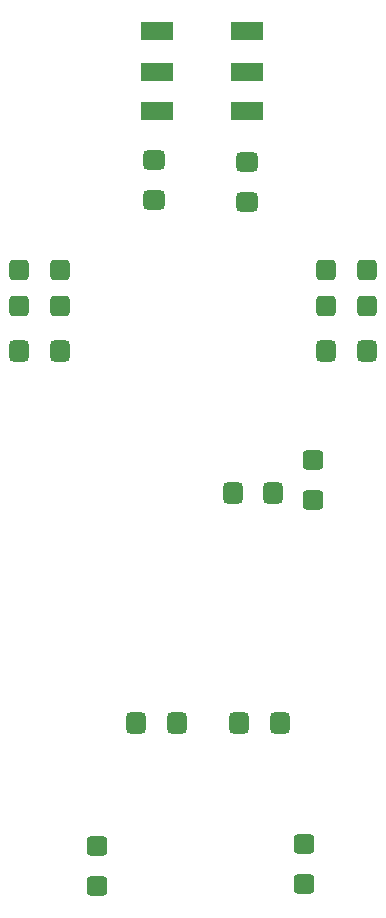
<source format=gbr>
%TF.GenerationSoftware,KiCad,Pcbnew,8.0.8-8.0.8-0~ubuntu20.04.1*%
%TF.CreationDate,2025-02-11T21:27:15+07:00*%
%TF.ProjectId,SolarSynth_digilog,536f6c61-7253-4796-9e74-685f64696769,rev?*%
%TF.SameCoordinates,Original*%
%TF.FileFunction,Paste,Top*%
%TF.FilePolarity,Positive*%
%FSLAX46Y46*%
G04 Gerber Fmt 4.6, Leading zero omitted, Abs format (unit mm)*
G04 Created by KiCad (PCBNEW 8.0.8-8.0.8-0~ubuntu20.04.1) date 2025-02-11 21:27:15*
%MOMM*%
%LPD*%
G01*
G04 APERTURE LIST*
G04 Aperture macros list*
%AMRoundRect*
0 Rectangle with rounded corners*
0 $1 Rounding radius*
0 $2 $3 $4 $5 $6 $7 $8 $9 X,Y pos of 4 corners*
0 Add a 4 corners polygon primitive as box body*
4,1,4,$2,$3,$4,$5,$6,$7,$8,$9,$2,$3,0*
0 Add four circle primitives for the rounded corners*
1,1,$1+$1,$2,$3*
1,1,$1+$1,$4,$5*
1,1,$1+$1,$6,$7*
1,1,$1+$1,$8,$9*
0 Add four rect primitives between the rounded corners*
20,1,$1+$1,$2,$3,$4,$5,0*
20,1,$1+$1,$4,$5,$6,$7,0*
20,1,$1+$1,$6,$7,$8,$9,0*
20,1,$1+$1,$8,$9,$2,$3,0*%
G04 Aperture macros list end*
%ADD10RoundRect,0.309434X0.510566X0.590566X-0.510566X0.590566X-0.510566X-0.590566X0.510566X-0.590566X0*%
%ADD11RoundRect,0.309434X0.590566X-0.510566X0.590566X0.510566X-0.590566X0.510566X-0.590566X-0.510566X0*%
%ADD12RoundRect,0.309434X-0.510566X-0.590566X0.510566X-0.590566X0.510566X0.590566X-0.510566X0.590566X0*%
%ADD13RoundRect,0.315385X0.504615X0.559615X-0.504615X0.559615X-0.504615X-0.559615X0.504615X-0.559615X0*%
%ADD14RoundRect,0.315385X-0.504615X-0.559615X0.504615X-0.559615X0.504615X0.559615X-0.504615X0.559615X0*%
%ADD15RoundRect,0.315385X0.559615X-0.504615X0.559615X0.504615X-0.559615X0.504615X-0.559615X-0.504615X0*%
%ADD16RoundRect,0.315385X-0.559615X0.504615X-0.559615X-0.504615X0.559615X-0.504615X0.559615X0.504615X0*%
%ADD17R,2.800000X1.600000*%
G04 APERTURE END LIST*
D10*
%TO.C,C6*%
X130810000Y-59690000D03*
X127370000Y-59690000D03*
%TD*%
D11*
%TO.C,C4*%
X112776000Y-46932000D03*
X112776000Y-43492000D03*
%TD*%
D12*
%TO.C,C7*%
X101335000Y-59690000D03*
X104775000Y-59690000D03*
%TD*%
%TO.C,C3*%
X120004000Y-91186000D03*
X123444000Y-91186000D03*
%TD*%
%TO.C,C2*%
X119433000Y-71755000D03*
X122873000Y-71755000D03*
%TD*%
D11*
%TO.C,C5*%
X120650000Y-47128000D03*
X120650000Y-43688000D03*
%TD*%
D12*
%TO.C,C1*%
X111247000Y-91186000D03*
X114687000Y-91186000D03*
%TD*%
D13*
%TO.C,R2*%
X130810000Y-52832000D03*
X127370000Y-52832000D03*
%TD*%
%TO.C,R5*%
X104775000Y-55880000D03*
X101335000Y-55880000D03*
%TD*%
D14*
%TO.C,R4*%
X101335000Y-52832000D03*
X104775000Y-52832000D03*
%TD*%
%TO.C,R3*%
X127370000Y-55880000D03*
X130810000Y-55880000D03*
%TD*%
D15*
%TO.C,R1*%
X126238000Y-72332000D03*
X126238000Y-68892000D03*
%TD*%
D16*
%TO.C,R7*%
X107950000Y-101600000D03*
X107950000Y-105040000D03*
%TD*%
D15*
%TO.C,R6*%
X125476000Y-104844000D03*
X125476000Y-101404000D03*
%TD*%
D17*
%TO.C,J1*%
X120650000Y-32639000D03*
X113030000Y-32639000D03*
X120650000Y-39370000D03*
X113030000Y-39370000D03*
X120650000Y-36068000D03*
X113030000Y-36068000D03*
%TD*%
M02*

</source>
